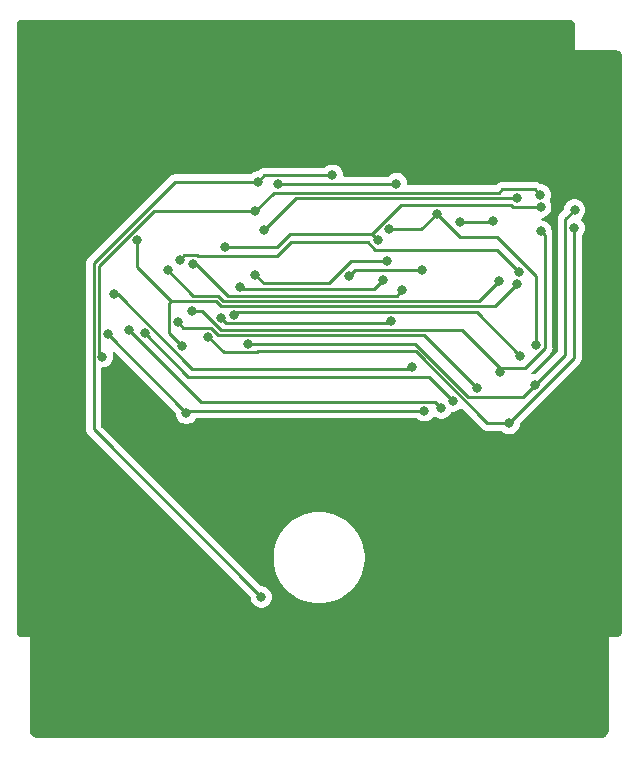
<source format=gbr>
%TF.GenerationSoftware,KiCad,Pcbnew,7.0.10*%
%TF.CreationDate,2024-03-23T21:53:34+01:00*%
%TF.ProjectId,gb-cart-sst39sf010,67622d63-6172-4742-9d73-737433397366,rev?*%
%TF.SameCoordinates,Original*%
%TF.FileFunction,Copper,L2,Bot*%
%TF.FilePolarity,Positive*%
%FSLAX46Y46*%
G04 Gerber Fmt 4.6, Leading zero omitted, Abs format (unit mm)*
G04 Created by KiCad (PCBNEW 7.0.10) date 2024-03-23 21:53:34*
%MOMM*%
%LPD*%
G01*
G04 APERTURE LIST*
%TA.AperFunction,ViaPad*%
%ADD10C,0.800000*%
%TD*%
%TA.AperFunction,Conductor*%
%ADD11C,0.250000*%
%TD*%
G04 APERTURE END LIST*
D10*
%TO.N,A15*%
X61109200Y-72239200D03*
X74016000Y-71601100D03*
X87828900Y-68835500D03*
%TO.N,A12*%
X77755500Y-74164100D03*
X71632800Y-74629700D03*
%TO.N,A7*%
X63663500Y-74576300D03*
X74838400Y-73426200D03*
%TO.N,A6*%
X62378300Y-75602800D03*
X74444600Y-75020600D03*
%TO.N,A5*%
X60751200Y-78212300D03*
X75187500Y-78478700D03*
%TO.N,A4*%
X58410600Y-73655200D03*
X76095900Y-75877900D03*
%TO.N,A3*%
X57838000Y-86286300D03*
X51156000Y-79604300D03*
X77974500Y-86074200D03*
%TO.N,A2*%
X57433200Y-80592700D03*
X53641800Y-71636400D03*
X85819400Y-75360800D03*
%TO.N,A1*%
X57250200Y-73286100D03*
X85998800Y-74336900D03*
%TO.N,A0*%
X56260900Y-74203500D03*
X84288500Y-75094600D03*
%TO.N,D0*%
X51738400Y-76230500D03*
X76953800Y-82357800D03*
%TO.N,D1*%
X79407500Y-85827500D03*
X52995700Y-79249600D03*
%TO.N,D2*%
X54304700Y-79532800D03*
X80411800Y-85266000D03*
%TO.N,D3*%
X57088100Y-78558100D03*
X82410400Y-84126400D03*
%TO.N,D4*%
X84411100Y-82808600D03*
X58274500Y-77649300D03*
X87844800Y-70872100D03*
%TO.N,D5*%
X90653800Y-70605000D03*
X85160800Y-87142100D03*
X59698900Y-79857700D03*
%TO.N,D6*%
X61902900Y-77954300D03*
X86088500Y-81433500D03*
%TO.N,D7*%
X63006700Y-80406800D03*
X87348100Y-83897500D03*
X90701100Y-69071300D03*
%TO.N,A10*%
X64388600Y-70817400D03*
X85787300Y-68077700D03*
%TO.N,RD*%
X63679100Y-69189600D03*
X87803100Y-67814100D03*
X50713200Y-81492300D03*
%TO.N,A11*%
X65613000Y-66887700D03*
X75603600Y-66848600D03*
%TO.N,A8*%
X63873300Y-66708700D03*
X70184600Y-66155200D03*
X64170600Y-101853600D03*
%TO.N,WR*%
X87438600Y-80474400D03*
X74994000Y-70731200D03*
X79032100Y-69382100D03*
%TO.N,VCC*%
X67437000Y-57785000D03*
X80391000Y-64643000D03*
X77089000Y-57785000D03*
X45720000Y-99060000D03*
X93472000Y-99187000D03*
X59182000Y-57785000D03*
%TO.N,GND*%
X83820000Y-69977000D03*
X81020000Y-70104000D03*
%TD*%
D11*
%TO.N,A15*%
X85477900Y-68835500D02*
X87828900Y-68835500D01*
X85299100Y-68656700D02*
X85477900Y-68835500D01*
X76018400Y-68656700D02*
X85299100Y-68656700D01*
X73545000Y-71130100D02*
X76018400Y-68656700D01*
X66581700Y-71130100D02*
X73545000Y-71130100D01*
X65472600Y-72239200D02*
X66581700Y-71130100D01*
X61109200Y-72239200D02*
X65472600Y-72239200D01*
X73545000Y-71130100D02*
X74016000Y-71601100D01*
%TO.N,A12*%
X72098300Y-74164200D02*
X71632800Y-74629700D01*
X77755500Y-74164200D02*
X72098300Y-74164200D01*
X77755500Y-74164100D02*
X77755500Y-74164200D01*
%TO.N,A7*%
X64382800Y-75295600D02*
X63663500Y-74576300D01*
X69941200Y-75295600D02*
X64382800Y-75295600D01*
X71810600Y-73426200D02*
X69941200Y-75295600D01*
X74838400Y-73426200D02*
X71810600Y-73426200D01*
%TO.N,A6*%
X62533000Y-75757500D02*
X62378300Y-75602800D01*
X73707700Y-75757500D02*
X62533000Y-75757500D01*
X74444600Y-75020600D02*
X73707700Y-75757500D01*
%TO.N,A5*%
X74986600Y-78679600D02*
X75187500Y-78478700D01*
X61218500Y-78679600D02*
X74986600Y-78679600D01*
X60751200Y-78212300D02*
X61218500Y-78679600D01*
%TO.N,A4*%
X75645500Y-76328300D02*
X76095900Y-75877900D01*
X61360400Y-76328300D02*
X75645500Y-76328300D01*
X58687300Y-73655200D02*
X61360400Y-76328300D01*
X58410600Y-73655200D02*
X58687300Y-73655200D01*
%TO.N,A3*%
X58050100Y-86074200D02*
X57838000Y-86286300D01*
X77974500Y-86074200D02*
X58050100Y-86074200D01*
X57838000Y-86286300D02*
X51156000Y-79604300D01*
%TO.N,A2*%
X56362800Y-76924100D02*
X56508200Y-76778700D01*
X56362800Y-79522300D02*
X56362800Y-76924100D01*
X57433200Y-80592700D02*
X56362800Y-79522300D01*
X53641800Y-73912300D02*
X53641800Y-71636400D01*
X56508200Y-76778700D02*
X53641800Y-73912300D01*
X83951300Y-77228900D02*
X85819400Y-75360800D01*
X60762200Y-77228900D02*
X83951300Y-77228900D01*
X60312000Y-76778700D02*
X60762200Y-77228900D01*
X56508200Y-76778700D02*
X60312000Y-76778700D01*
%TO.N,A1*%
X57606400Y-72929900D02*
X57250200Y-73286100D01*
X58711100Y-72929900D02*
X57606400Y-72929900D01*
X58800100Y-73018900D02*
X58711100Y-72929900D01*
X65525000Y-73018900D02*
X58800100Y-73018900D01*
X66717600Y-71826300D02*
X65525000Y-73018900D01*
X73195800Y-71826300D02*
X66717600Y-71826300D01*
X73826100Y-72456600D02*
X73195800Y-71826300D01*
X84118500Y-72456600D02*
X73826100Y-72456600D01*
X85998800Y-74336900D02*
X84118500Y-72456600D01*
%TO.N,A0*%
X82604500Y-76778600D02*
X84288500Y-75094600D01*
X60948800Y-76778600D02*
X82604500Y-76778600D01*
X60498500Y-76328300D02*
X60948800Y-76778600D01*
X58385700Y-76328300D02*
X60498500Y-76328300D01*
X56260900Y-74203500D02*
X58385700Y-76328300D01*
%TO.N,D0*%
X52028200Y-76230500D02*
X51738400Y-76230500D01*
X58307200Y-82509500D02*
X52028200Y-76230500D01*
X58307200Y-82509600D02*
X58307200Y-82509500D01*
X76802000Y-82509600D02*
X58307200Y-82509600D01*
X76953800Y-82357800D02*
X76802000Y-82509600D01*
%TO.N,D1*%
X78921900Y-85341900D02*
X79407500Y-85827500D01*
X59088000Y-85341900D02*
X78921900Y-85341900D01*
X52995700Y-79249600D02*
X59088000Y-85341900D01*
%TO.N,D2*%
X78357300Y-83211500D02*
X80411800Y-85266000D01*
X57983400Y-83211500D02*
X78357300Y-83211500D01*
X54304700Y-79532800D02*
X57983400Y-83211500D01*
%TO.N,D3*%
X57584300Y-79054300D02*
X57088100Y-78558100D01*
X57584300Y-79054400D02*
X57584300Y-79054300D01*
X59921500Y-79054400D02*
X57584300Y-79054400D01*
X60548600Y-79681500D02*
X59921500Y-79054400D01*
X77965500Y-79681500D02*
X60548600Y-79681500D01*
X82410400Y-84126400D02*
X77965500Y-79681500D01*
%TO.N,D4*%
X81143000Y-79231200D02*
X84411100Y-82499300D01*
X60735200Y-79231200D02*
X81143000Y-79231200D01*
X59153300Y-77649300D02*
X60735200Y-79231200D01*
X58274500Y-77649300D02*
X59153300Y-77649300D01*
X88195100Y-71222400D02*
X87844800Y-70872100D01*
X88195100Y-80781100D02*
X88195100Y-71222400D01*
X86476900Y-82499300D02*
X88195100Y-80781100D01*
X84411100Y-82499300D02*
X86476900Y-82499300D01*
X84411100Y-82808600D02*
X84411100Y-82499300D01*
%TO.N,D5*%
X90653800Y-81649100D02*
X85160800Y-87142100D01*
X90653800Y-70605000D02*
X90653800Y-81649100D01*
X60973500Y-81132300D02*
X59698900Y-79857700D01*
X63795700Y-81132300D02*
X60973500Y-81132300D01*
X63869000Y-81059000D02*
X63795700Y-81132300D01*
X77230600Y-81059000D02*
X63869000Y-81059000D01*
X83313700Y-87142100D02*
X77230600Y-81059000D01*
X85160800Y-87142100D02*
X83313700Y-87142100D01*
%TO.N,D6*%
X62105000Y-77752200D02*
X61902900Y-77954300D01*
X82407200Y-77752200D02*
X62105000Y-77752200D01*
X86088500Y-81433500D02*
X82407200Y-77752200D01*
%TO.N,D7*%
X89892800Y-69879600D02*
X90701100Y-69071300D01*
X89892800Y-81352800D02*
X89892800Y-69879600D01*
X87348100Y-83897500D02*
X89892800Y-81352800D01*
X77215300Y-80406800D02*
X63006700Y-80406800D01*
X81684500Y-84876000D02*
X77215300Y-80406800D01*
X86369600Y-84876000D02*
X81684500Y-84876000D01*
X87348100Y-83897500D02*
X86369600Y-84876000D01*
%TO.N,A10*%
X67128300Y-68077700D02*
X64388600Y-70817400D01*
X85787300Y-68077700D02*
X67128300Y-68077700D01*
%TO.N,RD*%
X50420600Y-81199700D02*
X50713200Y-81492300D01*
X50420600Y-73817200D02*
X50420600Y-81199700D01*
X55048200Y-69189600D02*
X50420600Y-73817200D01*
X63679100Y-69189600D02*
X55048200Y-69189600D01*
X65254300Y-67614400D02*
X63679100Y-69189600D01*
X84292300Y-67614400D02*
X65254300Y-67614400D01*
X84561400Y-67345300D02*
X84292300Y-67614400D01*
X87334300Y-67345300D02*
X84561400Y-67345300D01*
X87803100Y-67814100D02*
X87334300Y-67345300D01*
%TO.N,A11*%
X75564500Y-66887700D02*
X75603600Y-66848600D01*
X65613000Y-66887700D02*
X75564500Y-66887700D01*
%TO.N,A8*%
X64426800Y-66155200D02*
X63873300Y-66708700D01*
X70184600Y-66155200D02*
X64426800Y-66155200D01*
X49970200Y-87653200D02*
X64170600Y-101853600D01*
X49970200Y-73589000D02*
X49970200Y-87653200D01*
X56850500Y-66708700D02*
X49970200Y-73589000D01*
X63873300Y-66708700D02*
X56850500Y-66708700D01*
%TO.N,WR*%
X77683000Y-70731200D02*
X74994000Y-70731200D01*
X79032100Y-69382100D02*
X77683000Y-70731200D01*
X87438600Y-74683800D02*
X87438600Y-80474400D01*
X84103000Y-71348200D02*
X87438600Y-74683800D01*
X80998200Y-71348200D02*
X84103000Y-71348200D01*
X79032100Y-69382100D02*
X80998200Y-71348200D01*
%TO.N,VCC*%
X67437000Y-54483000D02*
X67183000Y-54229000D01*
X67437000Y-57785000D02*
X67437000Y-54483000D01*
X59563000Y-54229000D02*
X67183000Y-54229000D01*
X67183000Y-54229000D02*
X76581000Y-54229000D01*
X80391000Y-54610000D02*
X80010000Y-54229000D01*
X80391000Y-64643000D02*
X80391000Y-54610000D01*
X76581000Y-54229000D02*
X80010000Y-54229000D01*
X77089000Y-54737000D02*
X76581000Y-54229000D01*
X77089000Y-57785000D02*
X77089000Y-54737000D01*
X48006000Y-54229000D02*
X59436000Y-54229000D01*
X45720000Y-56515000D02*
X48006000Y-54229000D01*
X45720000Y-99060000D02*
X45720000Y-56515000D01*
X92456000Y-98171000D02*
X93472000Y-99187000D01*
X92456000Y-58674000D02*
X92456000Y-98171000D01*
X88011000Y-54229000D02*
X92456000Y-58674000D01*
X80010000Y-54229000D02*
X88011000Y-54229000D01*
X59436000Y-54229000D02*
X59563000Y-54229000D01*
X59182000Y-54483000D02*
X59436000Y-54229000D01*
X59182000Y-57785000D02*
X59182000Y-54483000D01*
X59436000Y-54229000D02*
X59563000Y-54229000D01*
%TO.N,GND*%
X83693000Y-70104000D02*
X83820000Y-69977000D01*
X81020000Y-70104000D02*
X83693000Y-70104000D01*
%TD*%
%TA.AperFunction,Conductor*%
%TO.N,VCC*%
G36*
X90296059Y-52978561D02*
G01*
X90381682Y-52989833D01*
X90412949Y-52998211D01*
X90458203Y-53016955D01*
X90485169Y-53028125D01*
X90513197Y-53044307D01*
X90575217Y-53091896D01*
X90598105Y-53114784D01*
X90645690Y-53176798D01*
X90661875Y-53204832D01*
X90691788Y-53277050D01*
X90700166Y-53308316D01*
X90711439Y-53393939D01*
X90712500Y-53410125D01*
X90712500Y-55456647D01*
X90710617Y-55478175D01*
X90708876Y-55488048D01*
X90710616Y-55497915D01*
X90711781Y-55511238D01*
X90713217Y-55519384D01*
X90716676Y-55532292D01*
X90718418Y-55542170D01*
X90721935Y-55548261D01*
X90726452Y-55553645D01*
X90735133Y-55558657D01*
X90752840Y-55571056D01*
X90760519Y-55577500D01*
X90767118Y-55579901D01*
X90774045Y-55581122D01*
X90774048Y-55581124D01*
X90783918Y-55579383D01*
X90805448Y-55577500D01*
X94263469Y-55577500D01*
X94279874Y-55577500D01*
X94296059Y-55578561D01*
X94381682Y-55589833D01*
X94412949Y-55598211D01*
X94458203Y-55616955D01*
X94485169Y-55628125D01*
X94513197Y-55644307D01*
X94575217Y-55691896D01*
X94598105Y-55714784D01*
X94645690Y-55776798D01*
X94661875Y-55804832D01*
X94691788Y-55877050D01*
X94700166Y-55908316D01*
X94711439Y-55993939D01*
X94712500Y-56010125D01*
X94712500Y-104793874D01*
X94711439Y-104810060D01*
X94700166Y-104895683D01*
X94691788Y-104926949D01*
X94661875Y-104999167D01*
X94645690Y-105027201D01*
X94598105Y-105089215D01*
X94575215Y-105112105D01*
X94513201Y-105159690D01*
X94485167Y-105175875D01*
X94412949Y-105205788D01*
X94381683Y-105214166D01*
X94306253Y-105224097D01*
X94296058Y-105225439D01*
X94279874Y-105226500D01*
X93733352Y-105226500D01*
X93711818Y-105224616D01*
X93701952Y-105222876D01*
X93701951Y-105222876D01*
X93698217Y-105223534D01*
X93692081Y-105224616D01*
X93678767Y-105225781D01*
X93670620Y-105227217D01*
X93657711Y-105230675D01*
X93647827Y-105232418D01*
X93641740Y-105235932D01*
X93636354Y-105240452D01*
X93631338Y-105249139D01*
X93618949Y-105266832D01*
X93612500Y-105274517D01*
X93610098Y-105281118D01*
X93608876Y-105288048D01*
X93610616Y-105297915D01*
X93612500Y-105319447D01*
X93612500Y-112995907D01*
X93611903Y-113008062D01*
X93597854Y-113150697D01*
X93593112Y-113174537D01*
X93553283Y-113305837D01*
X93543980Y-113328295D01*
X93479304Y-113449296D01*
X93465799Y-113469508D01*
X93378757Y-113575569D01*
X93361569Y-113592757D01*
X93255508Y-113679799D01*
X93235296Y-113693304D01*
X93114295Y-113757980D01*
X93091837Y-113767283D01*
X92960537Y-113807112D01*
X92936697Y-113811854D01*
X92832220Y-113822144D01*
X92794060Y-113825903D01*
X92781907Y-113826500D01*
X45394093Y-113826500D01*
X45381939Y-113825903D01*
X45321875Y-113819987D01*
X45239302Y-113811854D01*
X45215462Y-113807112D01*
X45084162Y-113767283D01*
X45061704Y-113757980D01*
X44940703Y-113693304D01*
X44920491Y-113679799D01*
X44814430Y-113592757D01*
X44797242Y-113575569D01*
X44710200Y-113469508D01*
X44696695Y-113449296D01*
X44632019Y-113328295D01*
X44622716Y-113305837D01*
X44607429Y-113255442D01*
X44582885Y-113174531D01*
X44578146Y-113150703D01*
X44564097Y-113008061D01*
X44563500Y-112995907D01*
X44563500Y-105347352D01*
X44565384Y-105325818D01*
X44567122Y-105315955D01*
X44567124Y-105315952D01*
X44565384Y-105306083D01*
X44564218Y-105292761D01*
X44562781Y-105284611D01*
X44559322Y-105271699D01*
X44557581Y-105261829D01*
X44557581Y-105261828D01*
X44557579Y-105261827D01*
X44554061Y-105255733D01*
X44549549Y-105250355D01*
X44540866Y-105245342D01*
X44523161Y-105232945D01*
X44515480Y-105226500D01*
X44508879Y-105224097D01*
X44501952Y-105222876D01*
X44501951Y-105222876D01*
X44498217Y-105223534D01*
X44492081Y-105224616D01*
X44470552Y-105226500D01*
X43896126Y-105226500D01*
X43879941Y-105225439D01*
X43869747Y-105224097D01*
X43794316Y-105214166D01*
X43763050Y-105205788D01*
X43690832Y-105175875D01*
X43662800Y-105159691D01*
X43600782Y-105112103D01*
X43577896Y-105089217D01*
X43530307Y-105027197D01*
X43514124Y-104999167D01*
X43484211Y-104926949D01*
X43475833Y-104895682D01*
X43464561Y-104810059D01*
X43463500Y-104793874D01*
X43463500Y-73568942D01*
X49331980Y-73568942D01*
X49336150Y-73613057D01*
X49336700Y-73624726D01*
X49336700Y-87569566D01*
X49334961Y-87585313D01*
X49335232Y-87585339D01*
X49334498Y-87593105D01*
X49334498Y-87593108D01*
X49334498Y-87593109D01*
X49334667Y-87598470D01*
X49336639Y-87661216D01*
X49336700Y-87665112D01*
X49336700Y-87693059D01*
X49337218Y-87697158D01*
X49338134Y-87708798D01*
X49339526Y-87753089D01*
X49339527Y-87753091D01*
X49345222Y-87772695D01*
X49349167Y-87791742D01*
X49351726Y-87811997D01*
X49351727Y-87812000D01*
X49351728Y-87812004D01*
X49368038Y-87853200D01*
X49371821Y-87864249D01*
X49384181Y-87906792D01*
X49394572Y-87924362D01*
X49403132Y-87941835D01*
X49410647Y-87960817D01*
X49436691Y-87996663D01*
X49443105Y-88006427D01*
X49465658Y-88044562D01*
X49465662Y-88044566D01*
X49480089Y-88058993D01*
X49492726Y-88073788D01*
X49504728Y-88090307D01*
X49537407Y-88117342D01*
X49538868Y-88118550D01*
X49547509Y-88126413D01*
X63223978Y-101802882D01*
X63257463Y-101864205D01*
X63259618Y-101877601D01*
X63261720Y-101897598D01*
X63277058Y-102043528D01*
X63277059Y-102043531D01*
X63336070Y-102225149D01*
X63336073Y-102225156D01*
X63431560Y-102390544D01*
X63559347Y-102532466D01*
X63713848Y-102644718D01*
X63888312Y-102722394D01*
X64075113Y-102762100D01*
X64266087Y-102762100D01*
X64452888Y-102722394D01*
X64627352Y-102644718D01*
X64781853Y-102532466D01*
X64909640Y-102390544D01*
X65005127Y-102225156D01*
X65064142Y-102043528D01*
X65084104Y-101853600D01*
X65064142Y-101663672D01*
X65005127Y-101482044D01*
X64909640Y-101316656D01*
X64781853Y-101174734D01*
X64627352Y-101062482D01*
X64452888Y-100984806D01*
X64452886Y-100984805D01*
X64266087Y-100945100D01*
X64209367Y-100945100D01*
X64142328Y-100925415D01*
X64121686Y-100908781D01*
X61934781Y-98721876D01*
X65212100Y-98721876D01*
X65251611Y-99110417D01*
X65330230Y-99492982D01*
X65330231Y-99492988D01*
X65447141Y-99865608D01*
X65601158Y-100224512D01*
X65790697Y-100565994D01*
X66013806Y-100886545D01*
X66261209Y-101174734D01*
X66268199Y-101182876D01*
X66551267Y-101451952D01*
X66551271Y-101451955D01*
X66551272Y-101451956D01*
X66590150Y-101482050D01*
X66860105Y-101691011D01*
X66986671Y-101769900D01*
X67191535Y-101897593D01*
X67191544Y-101897598D01*
X67542182Y-102069594D01*
X67542189Y-102069596D01*
X67542190Y-102069597D01*
X67908412Y-102205231D01*
X67908414Y-102205231D01*
X67908421Y-102205234D01*
X68286504Y-102303127D01*
X68672551Y-102362267D01*
X68965034Y-102377100D01*
X68965050Y-102377100D01*
X69160150Y-102377100D01*
X69160166Y-102377100D01*
X69452649Y-102362267D01*
X69838696Y-102303127D01*
X70216779Y-102205234D01*
X70583018Y-102069594D01*
X70933656Y-101897598D01*
X71265095Y-101691011D01*
X71573933Y-101451952D01*
X71857001Y-101182876D01*
X72111395Y-100886543D01*
X72334504Y-100565993D01*
X72524039Y-100224517D01*
X72678055Y-99865617D01*
X72794971Y-99492978D01*
X72873588Y-99110422D01*
X72913100Y-98721875D01*
X72913100Y-98331325D01*
X72873588Y-97942778D01*
X72794971Y-97560222D01*
X72678055Y-97187583D01*
X72524039Y-96828683D01*
X72334504Y-96487207D01*
X72111395Y-96166657D01*
X72111393Y-96166654D01*
X71857001Y-95870324D01*
X71573933Y-95601248D01*
X71265095Y-95362189D01*
X70933664Y-95155606D01*
X70933655Y-95155601D01*
X70583022Y-94983608D01*
X70583009Y-94983602D01*
X70216787Y-94847968D01*
X70143064Y-94828879D01*
X69838696Y-94750073D01*
X69838693Y-94750072D01*
X69838691Y-94750072D01*
X69452648Y-94690932D01*
X69221819Y-94679226D01*
X69160166Y-94676100D01*
X68965034Y-94676100D01*
X68915711Y-94678601D01*
X68672551Y-94690932D01*
X68286508Y-94750072D01*
X67908413Y-94847968D01*
X67908412Y-94847968D01*
X67542190Y-94983602D01*
X67542177Y-94983608D01*
X67191544Y-95155601D01*
X67191535Y-95155606D01*
X66860104Y-95362189D01*
X66551272Y-95601243D01*
X66268198Y-95870324D01*
X66013806Y-96166654D01*
X65790697Y-96487205D01*
X65601158Y-96828687D01*
X65447141Y-97187591D01*
X65330231Y-97560211D01*
X65330230Y-97560217D01*
X65251611Y-97942782D01*
X65212100Y-98331323D01*
X65212100Y-98721876D01*
X61934781Y-98721876D01*
X50640019Y-87427114D01*
X50606534Y-87365791D01*
X50603700Y-87339433D01*
X50603700Y-82524800D01*
X50623385Y-82457761D01*
X50676189Y-82412006D01*
X50727700Y-82400800D01*
X50808687Y-82400800D01*
X50995488Y-82361094D01*
X51169952Y-82283418D01*
X51324453Y-82171166D01*
X51452240Y-82029244D01*
X51547727Y-81863856D01*
X51606742Y-81682228D01*
X51626704Y-81492300D01*
X51606742Y-81302372D01*
X51597204Y-81273020D01*
X51595208Y-81203182D01*
X51631287Y-81143348D01*
X51693987Y-81112519D01*
X51763402Y-81120481D01*
X51802816Y-81147021D01*
X56891379Y-86235584D01*
X56924864Y-86296907D01*
X56927018Y-86310299D01*
X56944458Y-86476228D01*
X56944459Y-86476231D01*
X57003470Y-86657849D01*
X57003473Y-86657856D01*
X57098960Y-86823244D01*
X57226747Y-86965166D01*
X57381248Y-87077418D01*
X57555712Y-87155094D01*
X57742513Y-87194800D01*
X57933487Y-87194800D01*
X58120288Y-87155094D01*
X58294752Y-87077418D01*
X58449253Y-86965166D01*
X58577040Y-86823244D01*
X58598307Y-86786408D01*
X58607954Y-86769700D01*
X58658521Y-86721484D01*
X58715341Y-86707700D01*
X77267191Y-86707700D01*
X77334230Y-86727385D01*
X77359340Y-86748727D01*
X77363247Y-86753066D01*
X77517748Y-86865318D01*
X77692212Y-86942994D01*
X77879013Y-86982700D01*
X78069987Y-86982700D01*
X78256788Y-86942994D01*
X78431252Y-86865318D01*
X78585753Y-86753066D01*
X78713540Y-86611144D01*
X78713541Y-86611140D01*
X78717362Y-86605884D01*
X78719158Y-86607189D01*
X78762302Y-86566049D01*
X78830908Y-86552823D01*
X78892011Y-86575943D01*
X78950748Y-86618618D01*
X79125212Y-86696294D01*
X79312013Y-86736000D01*
X79502987Y-86736000D01*
X79689788Y-86696294D01*
X79864252Y-86618618D01*
X80018753Y-86506366D01*
X80146540Y-86364444D01*
X80199159Y-86273305D01*
X80220409Y-86236500D01*
X80270976Y-86188284D01*
X80327796Y-86174500D01*
X80507287Y-86174500D01*
X80694088Y-86134794D01*
X80868552Y-86057118D01*
X81023053Y-85944866D01*
X81029193Y-85938045D01*
X81088676Y-85901394D01*
X81158533Y-85902720D01*
X81209028Y-85933332D01*
X82806610Y-87530914D01*
X82816516Y-87543278D01*
X82816726Y-87543105D01*
X82821697Y-87549113D01*
X82821700Y-87549118D01*
X82871402Y-87595790D01*
X82874166Y-87598470D01*
X82893924Y-87618229D01*
X82893928Y-87618232D01*
X82893931Y-87618235D01*
X82897199Y-87620770D01*
X82906079Y-87628354D01*
X82938379Y-87658686D01*
X82938383Y-87658689D01*
X82956263Y-87668518D01*
X82972527Y-87679201D01*
X82988660Y-87691714D01*
X83029319Y-87709309D01*
X83039810Y-87714448D01*
X83078640Y-87735795D01*
X83098418Y-87740873D01*
X83116819Y-87747173D01*
X83135555Y-87755281D01*
X83179330Y-87762213D01*
X83190745Y-87764578D01*
X83233670Y-87775600D01*
X83254084Y-87775600D01*
X83273483Y-87777127D01*
X83293643Y-87780320D01*
X83337757Y-87776150D01*
X83349426Y-87775600D01*
X84453491Y-87775600D01*
X84520530Y-87795285D01*
X84545640Y-87816627D01*
X84549547Y-87820966D01*
X84704048Y-87933218D01*
X84878512Y-88010894D01*
X85065313Y-88050600D01*
X85256287Y-88050600D01*
X85443088Y-88010894D01*
X85617552Y-87933218D01*
X85772053Y-87820966D01*
X85899840Y-87679044D01*
X85995327Y-87513656D01*
X86054342Y-87332028D01*
X86071781Y-87166097D01*
X86098364Y-87101487D01*
X86107411Y-87091391D01*
X91042617Y-82156186D01*
X91054978Y-82146285D01*
X91054804Y-82146075D01*
X91060813Y-82141102D01*
X91060818Y-82141100D01*
X91107490Y-82091397D01*
X91110139Y-82088664D01*
X91129935Y-82068870D01*
X91132472Y-82065598D01*
X91140051Y-82056724D01*
X91170386Y-82024421D01*
X91180219Y-82006532D01*
X91190902Y-81990269D01*
X91203414Y-81974141D01*
X91221007Y-81933481D01*
X91226150Y-81922985D01*
X91247493Y-81884164D01*
X91247493Y-81884163D01*
X91247495Y-81884160D01*
X91252574Y-81864373D01*
X91258870Y-81845985D01*
X91266981Y-81827245D01*
X91273913Y-81783472D01*
X91276278Y-81772053D01*
X91287300Y-81729130D01*
X91287300Y-81708715D01*
X91288827Y-81689314D01*
X91289949Y-81682231D01*
X91292020Y-81669157D01*
X91287850Y-81625042D01*
X91287300Y-81613373D01*
X91287300Y-71306756D01*
X91306985Y-71239717D01*
X91319146Y-71223788D01*
X91392840Y-71141944D01*
X91488327Y-70976556D01*
X91547342Y-70794928D01*
X91567304Y-70605000D01*
X91547342Y-70415072D01*
X91488327Y-70233444D01*
X91392840Y-70068056D01*
X91280126Y-69942874D01*
X91249896Y-69879882D01*
X91258521Y-69810547D01*
X91299393Y-69759582D01*
X91312354Y-69750165D01*
X91353656Y-69704294D01*
X91440140Y-69608244D01*
X91535627Y-69442856D01*
X91594642Y-69261228D01*
X91614604Y-69071300D01*
X91594642Y-68881372D01*
X91535627Y-68699744D01*
X91440140Y-68534356D01*
X91312353Y-68392434D01*
X91157852Y-68280182D01*
X90983388Y-68202506D01*
X90983386Y-68202505D01*
X90796587Y-68162800D01*
X90605613Y-68162800D01*
X90418814Y-68202505D01*
X90418812Y-68202506D01*
X90248652Y-68278266D01*
X90244346Y-68280183D01*
X90089845Y-68392435D01*
X89962059Y-68534357D01*
X89866573Y-68699743D01*
X89866570Y-68699750D01*
X89816826Y-68852847D01*
X89807558Y-68881372D01*
X89792417Y-69025428D01*
X89790119Y-69047295D01*
X89763534Y-69111909D01*
X89754479Y-69122014D01*
X89503982Y-69372512D01*
X89491620Y-69382416D01*
X89491794Y-69382626D01*
X89485784Y-69387598D01*
X89439137Y-69437270D01*
X89436432Y-69440061D01*
X89416673Y-69459821D01*
X89416658Y-69459838D01*
X89414117Y-69463113D01*
X89406553Y-69471967D01*
X89376220Y-69504271D01*
X89376212Y-69504281D01*
X89366379Y-69522167D01*
X89355703Y-69538420D01*
X89343186Y-69554557D01*
X89343185Y-69554560D01*
X89325585Y-69595229D01*
X89320448Y-69605715D01*
X89299103Y-69644541D01*
X89299103Y-69644542D01*
X89294025Y-69664320D01*
X89287725Y-69682722D01*
X89279618Y-69701457D01*
X89272688Y-69745209D01*
X89270320Y-69756645D01*
X89259300Y-69799565D01*
X89259300Y-69819984D01*
X89257773Y-69839383D01*
X89254600Y-69859419D01*
X89254580Y-69859543D01*
X89256423Y-69879044D01*
X89258750Y-69903657D01*
X89259300Y-69915326D01*
X89259300Y-81039033D01*
X89239615Y-81106072D01*
X89222981Y-81126714D01*
X87397014Y-82952681D01*
X87335691Y-82986166D01*
X87309333Y-82989000D01*
X87252613Y-82989000D01*
X87192827Y-83001708D01*
X87123160Y-82996391D01*
X87067427Y-82954253D01*
X87043322Y-82888673D01*
X87058500Y-82820472D01*
X87079362Y-82792740D01*
X88583916Y-81288186D01*
X88596278Y-81278285D01*
X88596104Y-81278075D01*
X88602113Y-81273102D01*
X88602118Y-81273100D01*
X88648791Y-81223396D01*
X88651440Y-81220663D01*
X88671235Y-81200870D01*
X88673772Y-81197598D01*
X88681351Y-81188724D01*
X88711686Y-81156421D01*
X88721519Y-81138532D01*
X88732202Y-81122269D01*
X88744714Y-81106141D01*
X88762307Y-81065481D01*
X88767450Y-81054985D01*
X88788793Y-81016164D01*
X88788793Y-81016163D01*
X88788795Y-81016160D01*
X88793874Y-80996373D01*
X88800170Y-80977985D01*
X88808281Y-80959245D01*
X88815213Y-80915472D01*
X88817578Y-80904053D01*
X88828600Y-80861130D01*
X88828600Y-80840715D01*
X88830127Y-80821314D01*
X88831375Y-80813434D01*
X88833320Y-80801157D01*
X88829150Y-80757042D01*
X88828600Y-80745373D01*
X88828600Y-71306031D01*
X88830338Y-71290281D01*
X88830068Y-71290256D01*
X88830801Y-71282494D01*
X88830802Y-71282491D01*
X88828661Y-71214382D01*
X88828600Y-71210486D01*
X88828600Y-71182546D01*
X88828082Y-71178449D01*
X88827164Y-71166790D01*
X88826889Y-71158027D01*
X88825773Y-71122511D01*
X88820077Y-71102909D01*
X88816132Y-71083859D01*
X88813574Y-71063603D01*
X88797262Y-71022404D01*
X88793479Y-71011356D01*
X88783367Y-70976549D01*
X88781118Y-70968807D01*
X88781116Y-70968803D01*
X88781115Y-70968801D01*
X88773992Y-70956757D01*
X88756808Y-70889033D01*
X88757403Y-70880668D01*
X88758304Y-70872100D01*
X88738342Y-70682172D01*
X88681699Y-70507844D01*
X88679329Y-70500550D01*
X88679328Y-70500549D01*
X88679327Y-70500544D01*
X88583840Y-70335156D01*
X88456053Y-70193234D01*
X88301552Y-70080982D01*
X88127088Y-70003306D01*
X88127086Y-70003305D01*
X88127085Y-70003305D01*
X87986393Y-69973400D01*
X87924911Y-69940208D01*
X87891135Y-69879044D01*
X87895787Y-69809330D01*
X87937392Y-69753198D01*
X87986392Y-69730820D01*
X88111188Y-69704294D01*
X88285652Y-69626618D01*
X88440153Y-69514366D01*
X88567940Y-69372444D01*
X88663427Y-69207056D01*
X88722442Y-69025428D01*
X88742404Y-68835500D01*
X88722442Y-68645572D01*
X88663427Y-68463944D01*
X88605986Y-68364454D01*
X88589514Y-68296556D01*
X88605987Y-68240456D01*
X88637627Y-68185656D01*
X88696642Y-68004028D01*
X88716604Y-67814100D01*
X88696642Y-67624172D01*
X88637627Y-67442544D01*
X88542140Y-67277156D01*
X88414353Y-67135234D01*
X88259852Y-67022982D01*
X88085388Y-66945306D01*
X88085386Y-66945305D01*
X87898587Y-66905600D01*
X87841867Y-66905600D01*
X87774828Y-66885915D01*
X87757082Y-66871614D01*
X87756980Y-66871731D01*
X87754370Y-66869429D01*
X87754186Y-66869281D01*
X87754066Y-66869161D01*
X87750804Y-66866631D01*
X87741919Y-66859043D01*
X87709621Y-66828714D01*
X87709619Y-66828712D01*
X87691731Y-66818878D01*
X87675470Y-66808197D01*
X87659339Y-66795684D01*
X87618675Y-66778088D01*
X87608185Y-66772949D01*
X87569360Y-66751605D01*
X87569356Y-66751604D01*
X87549587Y-66746528D01*
X87531181Y-66740226D01*
X87512444Y-66732118D01*
X87512445Y-66732118D01*
X87468683Y-66725187D01*
X87457247Y-66722819D01*
X87442493Y-66719031D01*
X87414332Y-66711800D01*
X87414330Y-66711800D01*
X87393916Y-66711800D01*
X87374517Y-66710273D01*
X87354358Y-66707080D01*
X87354357Y-66707080D01*
X87310243Y-66711250D01*
X87298574Y-66711800D01*
X84645031Y-66711800D01*
X84629279Y-66710060D01*
X84629254Y-66710332D01*
X84621492Y-66709598D01*
X84621491Y-66709598D01*
X84598137Y-66710332D01*
X84553369Y-66711739D01*
X84549474Y-66711800D01*
X84521544Y-66711800D01*
X84521541Y-66711800D01*
X84521525Y-66711801D01*
X84517432Y-66712318D01*
X84505804Y-66713233D01*
X84461513Y-66714625D01*
X84461507Y-66714626D01*
X84441900Y-66720322D01*
X84422861Y-66724265D01*
X84402611Y-66726824D01*
X84402605Y-66726825D01*
X84402603Y-66726826D01*
X84391825Y-66731092D01*
X84361406Y-66743136D01*
X84350360Y-66746917D01*
X84307813Y-66759279D01*
X84307807Y-66759281D01*
X84290233Y-66769674D01*
X84272772Y-66778228D01*
X84253786Y-66785746D01*
X84253785Y-66785746D01*
X84217935Y-66811792D01*
X84208176Y-66818202D01*
X84170037Y-66840757D01*
X84155601Y-66855194D01*
X84140815Y-66867823D01*
X84128164Y-66877015D01*
X84124290Y-66879830D01*
X84096049Y-66913967D01*
X84088190Y-66922603D01*
X84066215Y-66944579D01*
X84004893Y-66978066D01*
X83978532Y-66980900D01*
X76640915Y-66980900D01*
X76573876Y-66961215D01*
X76528121Y-66908411D01*
X76519410Y-66855098D01*
X76517104Y-66855098D01*
X76517104Y-66848603D01*
X76517104Y-66848600D01*
X76497142Y-66658672D01*
X76438127Y-66477044D01*
X76342640Y-66311656D01*
X76225536Y-66181599D01*
X76214854Y-66169735D01*
X76194849Y-66155200D01*
X76060352Y-66057482D01*
X75885888Y-65979806D01*
X75885886Y-65979805D01*
X75699087Y-65940100D01*
X75508113Y-65940100D01*
X75321314Y-65979805D01*
X75321312Y-65979806D01*
X75208945Y-66029835D01*
X75146846Y-66057483D01*
X74992345Y-66169735D01*
X74966725Y-66198189D01*
X74953235Y-66213171D01*
X74893750Y-66249820D01*
X74861086Y-66254200D01*
X71220159Y-66254200D01*
X71153120Y-66234515D01*
X71107365Y-66181711D01*
X71096839Y-66143164D01*
X71078142Y-65965272D01*
X71019127Y-65783644D01*
X70923640Y-65618256D01*
X70795853Y-65476334D01*
X70641352Y-65364082D01*
X70466888Y-65286406D01*
X70466886Y-65286405D01*
X70280087Y-65246700D01*
X70089113Y-65246700D01*
X69902314Y-65286405D01*
X69727846Y-65364083D01*
X69573345Y-65476335D01*
X69569440Y-65480673D01*
X69509954Y-65517321D01*
X69477291Y-65521700D01*
X64510434Y-65521700D01*
X64494686Y-65519961D01*
X64494661Y-65520232D01*
X64486894Y-65519498D01*
X64486891Y-65519498D01*
X64418783Y-65521639D01*
X64414887Y-65521700D01*
X64386936Y-65521700D01*
X64382840Y-65522218D01*
X64371202Y-65523134D01*
X64326911Y-65524526D01*
X64326908Y-65524527D01*
X64307305Y-65530222D01*
X64288259Y-65534166D01*
X64268003Y-65536726D01*
X64268001Y-65536726D01*
X64267999Y-65536727D01*
X64226798Y-65553039D01*
X64215751Y-65556821D01*
X64173206Y-65569182D01*
X64155633Y-65579574D01*
X64138170Y-65588129D01*
X64119185Y-65595646D01*
X64119184Y-65595647D01*
X64083343Y-65621687D01*
X64073581Y-65628099D01*
X64035437Y-65650658D01*
X64020996Y-65665098D01*
X64006208Y-65677727D01*
X63989697Y-65689723D01*
X63989692Y-65689728D01*
X63961457Y-65723857D01*
X63953599Y-65732494D01*
X63922214Y-65763880D01*
X63860891Y-65797366D01*
X63834531Y-65800200D01*
X63777813Y-65800200D01*
X63591014Y-65839905D01*
X63416546Y-65917583D01*
X63262045Y-66029835D01*
X63258140Y-66034173D01*
X63198654Y-66070821D01*
X63165991Y-66075200D01*
X56934132Y-66075200D01*
X56918380Y-66073460D01*
X56918355Y-66073732D01*
X56910593Y-66072998D01*
X56910592Y-66072998D01*
X56887238Y-66073732D01*
X56842470Y-66075139D01*
X56838575Y-66075200D01*
X56810644Y-66075200D01*
X56810641Y-66075200D01*
X56810625Y-66075201D01*
X56806532Y-66075718D01*
X56794904Y-66076633D01*
X56750610Y-66078025D01*
X56750609Y-66078026D01*
X56730996Y-66083723D01*
X56711959Y-66087665D01*
X56691708Y-66090224D01*
X56691702Y-66090226D01*
X56650514Y-66106532D01*
X56639471Y-66110313D01*
X56596905Y-66122681D01*
X56596901Y-66122683D01*
X56579327Y-66133076D01*
X56561862Y-66141632D01*
X56542887Y-66149145D01*
X56542885Y-66149146D01*
X56507039Y-66175189D01*
X56497280Y-66181599D01*
X56459135Y-66204159D01*
X56444700Y-66218594D01*
X56429912Y-66231225D01*
X56413394Y-66243226D01*
X56413388Y-66243233D01*
X56385142Y-66277374D01*
X56377283Y-66286011D01*
X49581379Y-73081914D01*
X49569020Y-73091818D01*
X49569193Y-73092027D01*
X49563182Y-73097000D01*
X49516538Y-73146669D01*
X49513833Y-73149460D01*
X49494073Y-73169221D01*
X49494058Y-73169238D01*
X49491517Y-73172513D01*
X49483953Y-73181367D01*
X49453620Y-73213671D01*
X49453612Y-73213681D01*
X49443779Y-73231567D01*
X49433103Y-73247820D01*
X49420586Y-73263957D01*
X49420585Y-73263960D01*
X49402985Y-73304629D01*
X49397848Y-73315115D01*
X49376503Y-73353941D01*
X49376503Y-73353942D01*
X49371425Y-73373720D01*
X49365125Y-73392122D01*
X49357018Y-73410857D01*
X49350088Y-73454609D01*
X49347720Y-73466045D01*
X49336700Y-73508965D01*
X49336700Y-73529384D01*
X49335173Y-73548783D01*
X49331980Y-73568941D01*
X49331980Y-73568942D01*
X43463500Y-73568942D01*
X43463500Y-53410125D01*
X43464561Y-53393940D01*
X43475833Y-53308317D01*
X43484211Y-53277050D01*
X43490023Y-53263018D01*
X43514126Y-53204827D01*
X43530304Y-53176805D01*
X43577899Y-53114778D01*
X43600778Y-53091899D01*
X43662805Y-53044304D01*
X43690827Y-53028126D01*
X43763050Y-52998211D01*
X43794318Y-52989833D01*
X43879942Y-52978561D01*
X43896126Y-52977500D01*
X43912531Y-52977500D01*
X90263469Y-52977500D01*
X90279874Y-52977500D01*
X90296059Y-52978561D01*
G37*
%TD.AperFunction*%
%TD*%
M02*

</source>
